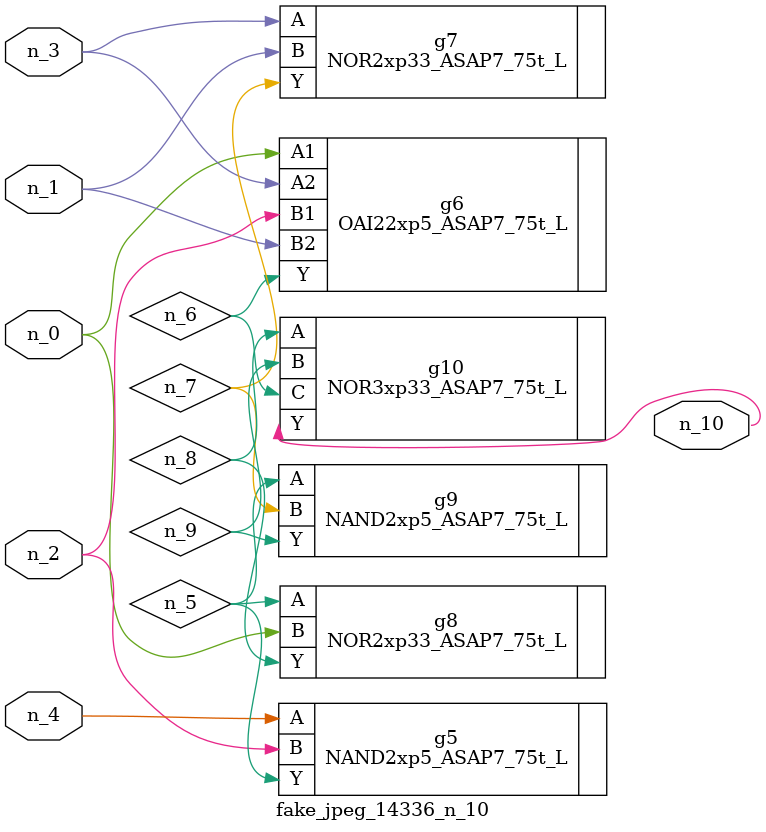
<source format=v>
module fake_jpeg_14336_n_10 (n_3, n_2, n_1, n_0, n_4, n_10);

input n_3;
input n_2;
input n_1;
input n_0;
input n_4;

output n_10;

wire n_8;
wire n_9;
wire n_6;
wire n_5;
wire n_7;

NAND2xp5_ASAP7_75t_L g5 ( 
.A(n_4),
.B(n_2),
.Y(n_5)
);

OAI22xp5_ASAP7_75t_L g6 ( 
.A1(n_0),
.A2(n_3),
.B1(n_2),
.B2(n_1),
.Y(n_6)
);

NOR2xp33_ASAP7_75t_L g7 ( 
.A(n_3),
.B(n_1),
.Y(n_7)
);

NOR2xp33_ASAP7_75t_L g8 ( 
.A(n_5),
.B(n_0),
.Y(n_8)
);

NOR3xp33_ASAP7_75t_L g10 ( 
.A(n_8),
.B(n_9),
.C(n_6),
.Y(n_10)
);

NAND2xp5_ASAP7_75t_L g9 ( 
.A(n_5),
.B(n_7),
.Y(n_9)
);


endmodule
</source>
